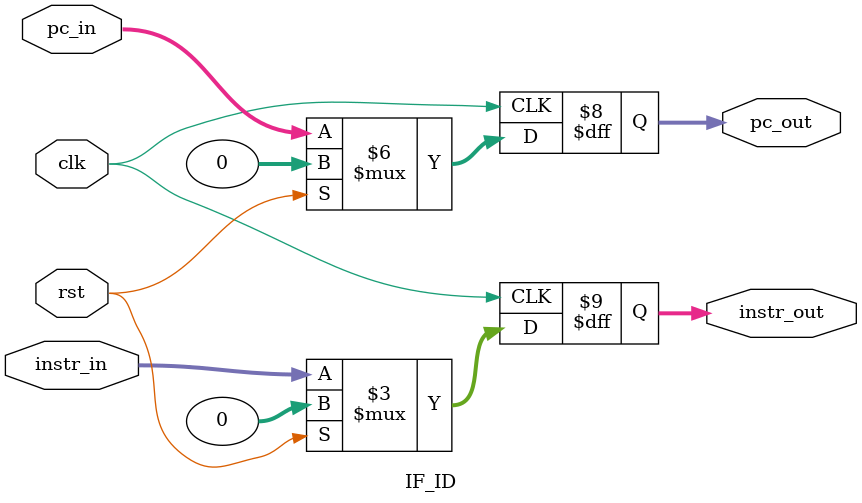
<source format=v>
module IF_ID(clk, rst, pc_in, pc_out, instr_in, instr_out );
	input clk, rst ;
	input [31:0] pc_in ;
	input [31:0] instr_in ;
	output [31:0] pc_out ;
	output [31:0] instr_out ;
	reg [31:0] instr_out, pc_out ;
	
	always @( posedge clk ) begin
		if ( rst ) begin
			pc_out <= 32'd0 ;
			instr_out <= 32'd0 ;
		end
		
		else begin
			pc_out <= pc_in ;
			instr_out <= instr_in ;
		end
	end
						
endmodule


</source>
